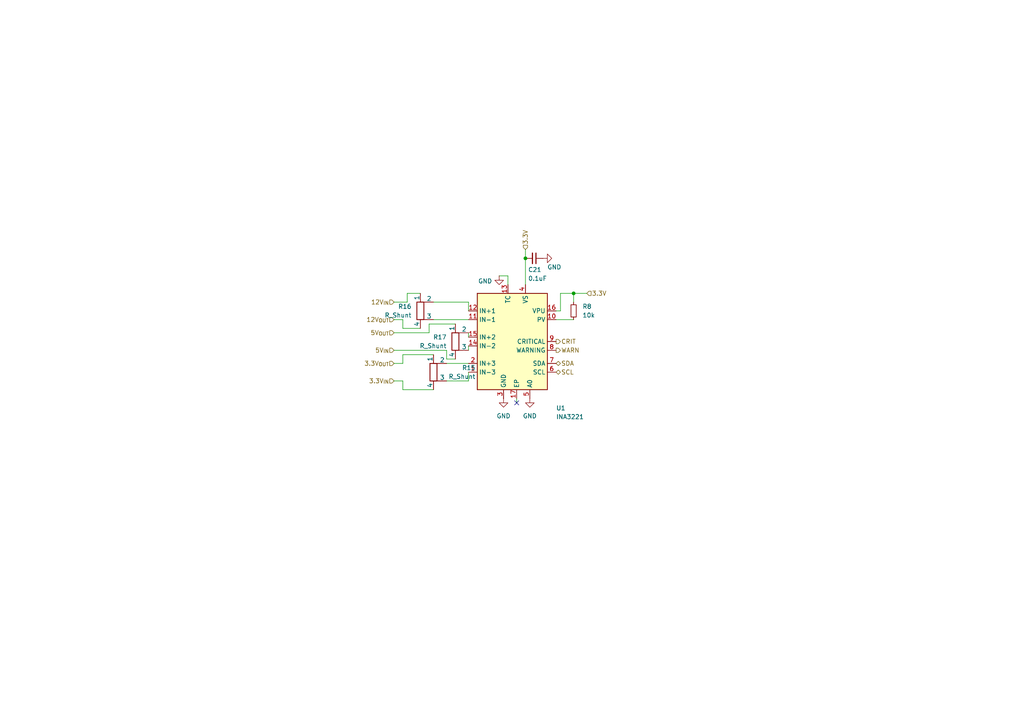
<source format=kicad_sch>
(kicad_sch (version 20240101) (generator "eeschema") (generator_version "8.99")
  (paper "A4")
  (lib_symbols
    (symbol "Device:C_Small" (pin_numbers hide) (pin_names (offset 0.254) hide)
      (property "Reference" "C" (at 0.254 1.778 0))
      (property "Value" "C_Small" (at 0.254 -2.032 0))
      (symbol "C_Small_0_1"
        (polyline (pts (xy -1.524 -0.508) (xy 1.524 -0.508)) (stroke (width 0.3302)))
        (polyline (pts (xy -1.524 0.508) (xy 1.524 0.508)) (stroke (width 0.3048)))
      )
      (symbol "C_Small_1_1"
        (pin passive line (at 0 2.54 270) (length 2.032) (name "~") (number "1"))
        (pin passive line (at 0 -2.54 90) (length 2.032) (name "~") (number "2"))
      )
    )
    (symbol "Device:R_Shunt" (pin_numbers hide) (pin_names (offset 0))
      (property "Reference" "R" (at -4.445 0 90))
      (property "Value" "R_Shunt" (at -2.54 0 90))
      (symbol "R_Shunt_0_1"
        (rectangle (start -1.016 -2.54) (end 1.016 2.54) (stroke (width 0.254)))
        (polyline (pts (xy 0 -2.54) (xy 1.27 -2.54)))
        (polyline (pts (xy 1.27 2.54) (xy 0 2.54)))
      )
      (symbol "R_Shunt_1_1"
        (pin passive line (at 0 5.08 270) (length 2.54) (name "1") (number "1"))
        (pin passive line (at 3.81 2.54 180) (length 2.54) (name "2") (number "2"))
        (pin passive line (at 3.81 -2.54 180) (length 2.54) (name "3") (number "3"))
        (pin passive line (at 0 -5.08 90) (length 2.54) (name "4") (number "4"))
      )
    )
    (symbol "Device:R_Small" (pin_numbers hide) (pin_names (offset 0.254) hide)
      (property "Reference" "R" (at 0.762 0.508 0))
      (property "Value" "R_Small" (at 0.762 -1.016 0))
      (symbol "R_Small_0_1"
        (rectangle (start -0.762 1.778) (end 0.762 -1.778) (stroke (width 0.2032)))
      )
      (symbol "R_Small_1_1"
        (pin passive line (at 0 2.54 270) (length 0.762) (name "~") (number "1"))
        (pin passive line (at 0 -2.54 90) (length 0.762) (name "~") (number "2"))
      )
    )
    (symbol "Power_Management:INA3221"
      (property "Reference" "U1" (at 12.7 -18.034 0))
      (property "Value" "INA3221" (at 12.7 -20.574 0))
      (symbol "INA3221_0_1"
        (rectangle (start -10.16 15.24) (end 10.16 -12.7) (stroke (width 0.254)) (fill (type background)))
      )
      (symbol "INA3221_1_1"
        (pin input line (at -12.7 -7.62 0) (length 2.54) (name "IN-3") (number "1"))
        (pin open_collector line (at 12.7 7.62 180) (length 2.54) (name "PV") (number "10"))
        (pin input line (at -12.7 7.62 0) (length 2.54) (name "IN-1") (number "11"))
        (pin input line (at -12.7 10.16 0) (length 2.54) (name "IN+1") (number "12"))
        (pin open_collector line (at -1.27 17.78 270) (length 2.54) (name "TC") (number "13"))
        (pin input line (at -12.7 0 0) (length 2.54) (name "IN-2") (number "14"))
        (pin input line (at -12.7 2.54 0) (length 2.54) (name "IN+2") (number "15"))
        (pin power_in line (at 12.7 10.16 180) (length 2.54) (name "VPU") (number "16"))
        (pin passive line (at 1.27 -15.24 90) (length 2.54) (name "EP") (number "17"))
        (pin input line (at -12.7 -5.08 0) (length 2.54) (name "IN+3") (number "2"))
        (pin power_in line (at -2.54 -15.24 90) (length 2.54) (name "GND") (number "3"))
        (pin power_in line (at 3.81 17.78 270) (length 2.54) (name "VS") (number "4"))
        (pin input line (at 5.08 -15.24 90) (length 2.54) (name "A0") (number "5"))
        (pin input line (at 12.7 -7.62 180) (length 2.54) (name "SCL") (number "6"))
        (pin bidirectional line (at 12.7 -5.08 180) (length 2.54) (name "SDA") (number "7"))
        (pin open_collector line (at 12.7 -1.27 180) (length 2.54) (name "WARNING") (number "8"))
        (pin open_collector line (at 12.7 1.27 180) (length 2.54) (name "CRITICAL") (number "9"))
      )
    )
    (symbol "power:GND" (power) (pin_numbers hide) (pin_names (offset 0) hide)
      (property "Value" "GND" (at 0 -3.81 0))
      (symbol "GND_0_1"
        (polyline (pts (xy 0 0) (xy 0 -1.27) (xy 1.27 -1.27) (xy 0 -2.54) (xy -1.27 -1.27) (xy 0 -1.27)))
      )
      (symbol "GND_1_1"
        (pin power_in line (at 0 0 270) (length 0) (name "~") (number "1"))
      )
    )
  )
  (junction (at 166.37 85.09))
  (junction (at 152.4 74.93))
  (no_connect (at 149.86 116.84))
  (wire (pts (xy 161.29 92.71) (xy 166.37 92.71)))
  (wire (pts (xy 124.46 93.98) (xy 124.46 96.52)))
  (wire (pts (xy 121.92 95.25) (xy 116.84 95.25)))
  (wire (pts (xy 125.73 92.71) (xy 135.89 92.71)))
  (wire (pts (xy 135.89 110.49) (xy 135.89 107.95)))
  (wire (pts (xy 129.54 110.49) (xy 135.89 110.49)))
  (wire (pts (xy 116.84 110.49) (xy 116.84 113.03)))
  (wire (pts (xy 135.89 96.52) (xy 135.89 97.79)))
  (wire (pts (xy 162.56 90.17) (xy 162.56 85.09)))
  (wire (pts (xy 144.78 80.01) (xy 147.32 80.01)))
  (wire (pts (xy 125.73 87.63) (xy 135.89 87.63)))
  (wire (pts (xy 114.3 87.63) (xy 118.11 87.63)))
  (wire (pts (xy 116.84 102.87) (xy 125.73 102.87)))
  (wire (pts (xy 135.89 100.33) (xy 135.89 101.6)))
  (wire (pts (xy 114.3 101.6) (xy 129.54 101.6)))
  (wire (pts (xy 118.11 87.63) (xy 118.11 85.09)))
  (wire (pts (xy 132.08 93.98) (xy 124.46 93.98)))
  (wire (pts (xy 116.84 95.25) (xy 116.84 92.71)))
  (wire (pts (xy 124.46 96.52) (xy 114.3 96.52)))
  (wire (pts (xy 166.37 85.09) (xy 170.18 85.09)))
  (wire (pts (xy 152.4 72.39) (xy 152.4 74.93)))
  (wire (pts (xy 116.84 113.03) (xy 125.73 113.03)))
  (wire (pts (xy 166.37 85.09) (xy 166.37 87.63)))
  (wire (pts (xy 129.54 101.6) (xy 129.54 104.14)))
  (wire (pts (xy 152.4 74.93) (xy 152.4 82.55)))
  (wire (pts (xy 162.56 85.09) (xy 166.37 85.09)))
  (wire (pts (xy 161.29 90.17) (xy 162.56 90.17)))
  (wire (pts (xy 114.3 105.41) (xy 116.84 105.41)))
  (wire (pts (xy 129.54 105.41) (xy 135.89 105.41)))
  (wire (pts (xy 135.89 90.17) (xy 135.89 87.63)))
  (wire (pts (xy 129.54 104.14) (xy 132.08 104.14)))
  (wire (pts (xy 147.32 80.01) (xy 147.32 82.55)))
  (wire (pts (xy 116.84 92.71) (xy 114.3 92.71)))
  (wire (pts (xy 118.11 85.09) (xy 121.92 85.09)))
  (wire (pts (xy 116.84 105.41) (xy 116.84 102.87)))
  (wire (pts (xy 149.86 116.84) (xy 149.86 115.57)))
  (wire (pts (xy 114.3 110.49) (xy 116.84 110.49)))
  (hierarchical_label "5V_{IN}" (shape input) (at 114.3 101.6 180))
  (hierarchical_label "3.3V_{OUT}" (shape input) (at 114.3 105.41 180))
  (hierarchical_label "12V_{IN}" (shape input) (at 114.3 87.63 180))
  (hierarchical_label "CRIT" (shape output) (at 161.29 99.06 0))
  (hierarchical_label "SCL" (shape bidirectional) (at 161.29 107.95 0))
  (hierarchical_label "WARN" (shape output) (at 161.29 101.6 0))
  (hierarchical_label "5V_{OUT}" (shape input) (at 114.3 96.52 180))
  (hierarchical_label "SDA" (shape bidirectional) (at 161.29 105.41 0))
  (hierarchical_label "12V_{OUT}" (shape input) (at 114.3 92.71 180))
  (hierarchical_label "3.3V_{IN}" (shape input) (at 114.3 110.49 180))
  (hierarchical_label "3.3V" (shape input) (at 152.4 72.39 90))
  (hierarchical_label "3.3V" (shape input) (at 170.18 85.09 0))
  (symbol (lib_id "Power_Management:INA3221") (at 148.59 100.33 0) (unit 1)
    (property "Reference" "U1" (at 161.29 118.364 0) (effects (justify left)))
    (property "Value" "INA3221" (at 161.29 120.904 0) (effects (justify left)))
    (property "Footprint" "Package_DFN_QFN:Texas_RGV0016A_VQFN-16-1EP_4x4mm_P0.65mm_EP2.1x2.1mm" (effects (hide yes)))
    (property "Datasheet" "http://www.ti.com/lit/ds/symlink/ina3221.pdf" (effects (hide yes)))
    (property "Description" "Triple-Channel High-Side Shunt and Bus Voltage Monitor with I2C and SMBUS Compatible Interface, QFN-16" (effects (hide yes)))
  )
  (symbol (lib_id "power:GND") (at 157.48 74.93 90) (unit 1)
    (property "Reference" "#PWR024" (effects (hide yes)))
    (property "Value" "GND" (at 160.782 77.47 90))
    (property "Description" "Power symbol creates a global label with name \"GND\" , ground" (effects (hide yes)))
  )
  (symbol (lib_id "Device:R_Small") (at 166.37 90.17 180) (unit 1)
    (property "Reference" "R8" (at 168.91 88.8999 0) (effects (justify right)))
    (property "Value" "10k" (at 168.91 91.4399 0) (effects (justify right)))
    (property "Footprint" "Capacitor_SMD:C_0402_1005Metric" (effects (hide yes)))
    (property "Description" "Resistor, small symbol" (effects (hide yes)))
  )
  (symbol (lib_id "Device:R_Shunt") (at 121.92 90.17 0) (unit 1)
    (property "Reference" "R16" (at 119.38 88.8999 0) (effects (justify right)))
    (property "Value" "R_Shunt" (at 119.38 91.4399 0) (effects (justify right)))
    (property "Footprint" "Resistor_SMD:R_Shunt_Ohmite_LVK25" (effects (hide yes)))
    (property "Description" "Shunt resistor" (effects (hide yes)))
  )
  (symbol (lib_id "Device:R_Shunt") (at 132.08 99.06 0) (unit 1)
    (property "Reference" "R17" (at 129.54 97.7899 0) (effects (justify right)))
    (property "Value" "R_Shunt" (at 129.54 100.3299 0) (effects (justify right)))
    (property "Footprint" "Resistor_SMD:R_Shunt_Ohmite_LVK12" (effects (hide yes)))
    (property "Description" "Shunt resistor" (effects (hide yes)))
  )
  (symbol (lib_id "Device:C_Small") (at 154.94 74.93 270) (unit 1)
    (property "Reference" "C21" (at 153.162 78.232 90) (effects (justify left)))
    (property "Value" "0.1uF" (at 153.162 80.772 90) (effects (justify left)))
    (property "Footprint" "Capacitor_SMD:C_0402_1005Metric" (effects (hide yes)))
    (property "Description" "Unpolarized capacitor, small symbol" (effects (hide yes)))
  )
  (symbol (lib_id "Device:R_Shunt") (at 125.73 107.95 0) (unit 1)
    (property "Reference" "R15" (at 137.922 106.68 0) (effects (justify right)))
    (property "Value" "R_Shunt" (at 137.922 109.22 0) (effects (justify right)))
    (property "Footprint" "Resistor_SMD:R_Shunt_Ohmite_LVK12" (effects (hide yes)))
    (property "Description" "Shunt resistor" (effects (hide yes)))
  )
  (symbol (lib_id "power:GND") (at 146.05 115.57 0) (unit 1)
    (property "Reference" "#PWR023" (effects (hide yes)))
    (property "Value" "GND" (at 146.05 120.65 0))
    (property "Description" "Power symbol creates a global label with name \"GND\" , ground" (effects (hide yes)))
  )
  (symbol (lib_id "power:GND") (at 153.67 115.57 0) (unit 1)
    (property "Reference" "#PWR025" (effects (hide yes)))
    (property "Value" "GND" (at 153.67 120.65 0))
    (property "Description" "Power symbol creates a global label with name \"GND\" , ground" (effects (hide yes)))
  )
  (symbol (lib_id "power:GND") (at 144.78 80.01 0) (unit 1)
    (property "Reference" "#PWR027" (effects (hide yes)))
    (property "Value" "GND" (at 142.748 81.534 0) (effects (justify right)))
    (property "Description" "Power symbol creates a global label with name \"GND\" , ground" (effects (hide yes)))
  )
)
</source>
